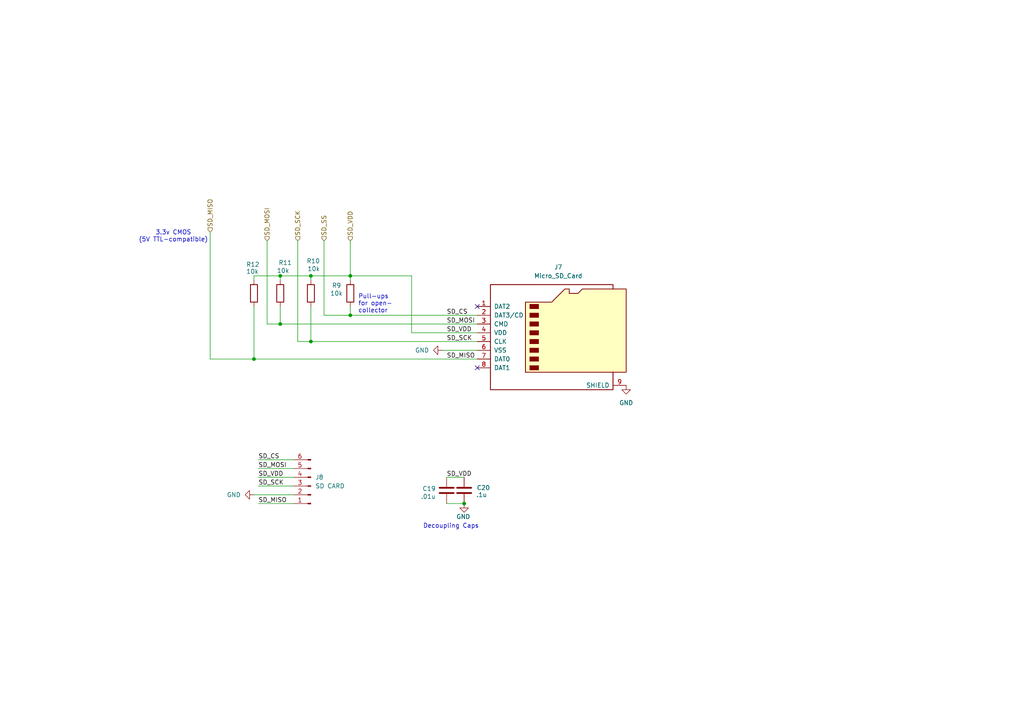
<source format=kicad_sch>
(kicad_sch (version 20250114) (generator "eeschema") (generator_version "9.0")
  (paper "A4")
  (lib_symbols
    (symbol "Connector:Conn_01x06_Pin" (pin_names (offset 1.016) (hide yes))
      (property "Reference" "J" (at 0 7.62 0))
      (property "Value" "Conn_01x06_Pin" (at 0 -10.16 0))
      (symbol "Conn_01x06_Pin_1_1"
        (rectangle (start 0.8636 5.207) (end 0 4.953) (stroke (width 0.1524)) (fill (type outline)))
        (rectangle (start 0.8636 2.667) (end 0 2.413) (stroke (width 0.1524)) (fill (type outline)))
        (rectangle (start 0.8636 0.127) (end 0 -0.127) (stroke (width 0.1524)) (fill (type outline)))
        (rectangle (start 0.8636 -2.413) (end 0 -2.667) (stroke (width 0.1524)) (fill (type outline)))
        (rectangle (start 0.8636 -4.953) (end 0 -5.207) (stroke (width 0.1524)) (fill (type outline)))
        (rectangle (start 0.8636 -7.493) (end 0 -7.747) (stroke (width 0.1524)) (fill (type outline)))
        (polyline (pts (xy 1.27 5.08) (xy 0.8636 5.08)) (stroke (width 0.1524)))
        (polyline (pts (xy 1.27 2.54) (xy 0.8636 2.54)) (stroke (width 0.1524)))
        (polyline (pts (xy 1.27 0) (xy 0.8636 0)) (stroke (width 0.1524)))
        (polyline (pts (xy 1.27 -2.54) (xy 0.8636 -2.54)) (stroke (width 0.1524)))
        (polyline (pts (xy 1.27 -5.08) (xy 0.8636 -5.08)) (stroke (width 0.1524)))
        (polyline (pts (xy 1.27 -7.62) (xy 0.8636 -7.62)) (stroke (width 0.1524)))
        (pin passive line (at 5.08 5.08 180) (length 3.81) (name "Pin_1") (number "1"))
        (pin passive line (at 5.08 2.54 180) (length 3.81) (name "Pin_2") (number "2"))
        (pin passive line (at 5.08 0 180) (length 3.81) (name "Pin_3") (number "3"))
        (pin passive line (at 5.08 -2.54 180) (length 3.81) (name "Pin_4") (number "4"))
        (pin passive line (at 5.08 -5.08 180) (length 3.81) (name "Pin_5") (number "5"))
        (pin passive line (at 5.08 -7.62 180) (length 3.81) (name "Pin_6") (number "6"))
      )
    )
    (symbol "Connector:Micro_SD_Card" (pin_names (offset 1.016))
      (property "Reference" "J" (at -16.51 15.24 0))
      (property "Value" "Micro_SD_Card" (at 16.51 15.24 0))
      (symbol "Micro_SD_Card_0_1"
        (polyline (pts (xy -8.89 -11.43) (xy -8.89 8.89) (xy -1.27 8.89) (xy 2.54 12.7) (xy 3.81 12.7) (xy 3.81 11.43) (xy 6.35 11.43) (xy 7.62 12.7) (xy 20.32 12.7) (xy 20.32 -11.43) (xy -8.89 -11.43)) (stroke (width 0.254)) (fill (type background)))
        (rectangle (start -7.62 8.255) (end -5.08 6.985) (fill (type outline)))
        (rectangle (start -7.62 5.715) (end -5.08 4.445) (fill (type outline)))
        (rectangle (start -7.62 3.175) (end -5.08 1.905) (fill (type outline)))
        (rectangle (start -7.62 0.635) (end -5.08 -0.635) (fill (type outline)))
        (rectangle (start -7.62 -1.905) (end -5.08 -3.175) (fill (type outline)))
        (rectangle (start -7.62 -4.445) (end -5.08 -5.715) (fill (type outline)))
        (rectangle (start -7.62 -6.985) (end -5.08 -8.255) (fill (type outline)))
        (rectangle (start -7.62 -9.525) (end -5.08 -10.795) (fill (type outline)))
        (polyline (pts (xy 16.51 12.7) (xy 16.51 13.97) (xy -19.05 13.97) (xy -19.05 -16.51) (xy 16.51 -16.51) (xy 16.51 -11.43)) (stroke (width 0.254)))
      )
      (symbol "Micro_SD_Card_1_1"
        (pin bidirectional line (at -22.86 7.62 0) (length 3.81) (name "DAT2") (number "1"))
        (pin bidirectional line (at -22.86 5.08 0) (length 3.81) (name "DAT3/CD") (number "2"))
        (pin input line (at -22.86 2.54 0) (length 3.81) (name "CMD") (number "3"))
        (pin power_in line (at -22.86 0 0) (length 3.81) (name "VDD") (number "4"))
        (pin input line (at -22.86 -2.54 0) (length 3.81) (name "CLK") (number "5"))
        (pin power_in line (at -22.86 -5.08 0) (length 3.81) (name "VSS") (number "6"))
        (pin bidirectional line (at -22.86 -7.62 0) (length 3.81) (name "DAT0") (number "7"))
        (pin bidirectional line (at -22.86 -10.16 0) (length 3.81) (name "DAT1") (number "8"))
        (pin passive line (at 20.32 -15.24 180) (length 3.81) (name "SHIELD") (number "9"))
      )
    )
    (symbol "Device:C" (pin_numbers (hide yes)) (pin_names (offset 0.254))
      (property "Reference" "C" (at 0.635 2.54 0))
      (property "Value" "C" (at 0.635 -2.54 0))
      (symbol "C_0_1"
        (polyline (pts (xy -2.032 0.762) (xy 2.032 0.762)) (stroke (width 0.508)))
        (polyline (pts (xy -2.032 -0.762) (xy 2.032 -0.762)) (stroke (width 0.508)))
      )
      (symbol "C_1_1"
        (pin passive line (at 0 3.81 270) (length 2.794) (name "~") (number "1"))
        (pin passive line (at 0 -3.81 90) (length 2.794) (name "~") (number "2"))
      )
    )
    (symbol "Device:R" (pin_numbers (hide yes)) (pin_names (offset 0))
      (property "Reference" "R" (at 2.032 0 90))
      (property "Value" "R" (at 0 0 90))
      (symbol "R_0_1"
        (rectangle (start -1.016 -2.54) (end 1.016 2.54) (stroke (width 0.254)))
      )
      (symbol "R_1_1"
        (pin passive line (at 0 3.81 270) (length 1.27) (name "~") (number "1"))
        (pin passive line (at 0 -3.81 90) (length 1.27) (name "~") (number "2"))
      )
    )
    (symbol "power:GND" (power) (pin_numbers (hide yes)) (pin_names (offset 0) (hide yes))
      (property "Value" "GND" (at 0 -3.81 0))
      (symbol "GND_0_1"
        (polyline (pts (xy 0 0) (xy 0 -1.27) (xy 1.27 -1.27) (xy 0 -2.54) (xy -1.27 -1.27) (xy 0 -1.27)))
      )
      (symbol "GND_1_1"
        (pin power_in line (at 0 0 270) (length 0) (name "~") (number "1"))
      )
    )
  )
  (text "Decoupling Caps" (at 130.81 152.654 0) (effects (font (size 1.27 1.27))))
  (text "Pull-ups\nfor open-\ncollector" (at 103.886 88.138 0) (effects (font (size 1.27 1.27)) (justify left)))
  (text "3.3v CMOS\n(5V TTL-compatible)" (at 50.292 68.58 0) (effects (font (size 1.27 1.27))))
  (junction (at 90.17 80.01))
  (junction (at 90.17 99.06))
  (junction (at 73.66 104.14))
  (junction (at 134.62 146.05))
  (junction (at 101.6 80.01))
  (junction (at 81.28 93.98))
  (junction (at 81.28 80.01))
  (junction (at 101.6 91.44))
  (no_connect (at 138.43 106.68))
  (no_connect (at 138.43 88.9))
  (wire (pts (xy 128.27 101.6) (xy 138.43 101.6)))
  (wire (pts (xy 74.93 133.35) (xy 85.09 133.35)))
  (wire (pts (xy 101.6 80.01) (xy 101.6 81.28)))
  (wire (pts (xy 73.66 104.14) (xy 138.43 104.14)))
  (wire (pts (xy 81.28 80.01) (xy 90.17 80.01)))
  (wire (pts (xy 81.28 93.98) (xy 138.43 93.98)))
  (wire (pts (xy 74.93 138.43) (xy 85.09 138.43)))
  (wire (pts (xy 93.98 91.44) (xy 93.98 69.85)))
  (wire (pts (xy 60.96 104.14) (xy 73.66 104.14)))
  (wire (pts (xy 86.36 69.85) (xy 86.36 99.06)))
  (wire (pts (xy 74.93 140.97) (xy 85.09 140.97)))
  (wire (pts (xy 74.93 135.89) (xy 85.09 135.89)))
  (wire (pts (xy 119.38 96.52) (xy 138.43 96.52)))
  (wire (pts (xy 73.66 143.51) (xy 85.09 143.51)))
  (wire (pts (xy 77.47 69.85) (xy 77.47 93.98)))
  (wire (pts (xy 90.17 80.01) (xy 101.6 80.01)))
  (wire (pts (xy 101.6 91.44) (xy 138.43 91.44)))
  (wire (pts (xy 101.6 80.01) (xy 119.38 80.01)))
  (wire (pts (xy 73.66 88.9) (xy 73.66 104.14)))
  (wire (pts (xy 119.38 96.52) (xy 119.38 80.01)))
  (wire (pts (xy 129.54 138.43) (xy 134.62 138.43)))
  (wire (pts (xy 90.17 81.28) (xy 90.17 80.01)))
  (wire (pts (xy 129.54 146.05) (xy 134.62 146.05)))
  (wire (pts (xy 101.6 88.9) (xy 101.6 91.44)))
  (wire (pts (xy 73.66 80.01) (xy 81.28 80.01)))
  (wire (pts (xy 81.28 81.28) (xy 81.28 80.01)))
  (wire (pts (xy 90.17 88.9) (xy 90.17 99.06)))
  (wire (pts (xy 77.47 93.98) (xy 81.28 93.98)))
  (wire (pts (xy 90.17 99.06) (xy 138.43 99.06)))
  (wire (pts (xy 101.6 69.85) (xy 101.6 80.01)))
  (wire (pts (xy 86.36 99.06) (xy 90.17 99.06)))
  (wire (pts (xy 81.28 88.9) (xy 81.28 93.98)))
  (wire (pts (xy 60.96 104.14) (xy 60.96 67.31)))
  (wire (pts (xy 73.66 81.28) (xy 73.66 80.01)))
  (wire (pts (xy 93.98 91.44) (xy 101.6 91.44)))
  (wire (pts (xy 74.93 146.05) (xy 85.09 146.05)))
  (label "SD_MOSI" (at 129.54 93.98 0))
  (label "SD_CS" (at 74.93 133.35 0))
  (label "SD_CS" (at 129.54 91.44 0))
  (label "SD_MISO" (at 129.54 104.14 0))
  (label "SD_VDD" (at 74.93 138.43 0))
  (label "SD_SCK" (at 129.54 99.06 0))
  (label "SD_MOSI" (at 74.93 135.89 0))
  (label "SD_SCK" (at 74.93 140.97 0))
  (label "SD_MISO" (at 74.93 146.05 0))
  (label "SD_VDD" (at 129.54 138.43 0))
  (label "SD_VDD" (at 129.54 96.52 0))
  (hierarchical_label "SD_MISO" (shape input) (at 60.96 67.31 90))
  (hierarchical_label "SD_SS" (shape input) (at 93.98 69.85 90))
  (hierarchical_label "SD_MOSI" (shape input) (at 77.47 69.85 90))
  (hierarchical_label "SD_SCK" (shape input) (at 86.36 69.85 90))
  (hierarchical_label "SD_VDD" (shape input) (at 101.6 69.85 90))
  (symbol (lib_id "Device:R") (at 81.28 85.09 0) (unit 1)
    (property "Reference" "R11" (at 80.772 76.2 0) (effects (justify left)))
    (property "Value" "10k" (at 80.264 78.486 0) (effects (justify left)))
    (property "Description" "Resistor" (effects (hide yes)))
  )
  (symbol (lib_id "Device:R") (at 73.66 85.09 0) (unit 1)
    (property "Reference" "R12" (at 71.374 76.708 0) (effects (justify left)))
    (property "Value" "10k" (at 71.374 78.74 0) (effects (justify left)))
    (property "Description" "Resistor" (effects (hide yes)))
  )
  (symbol (lib_id "Device:R") (at 101.6 85.09 0) (unit 1)
    (property "Reference" "R9" (at 96.266 82.804 0) (effects (justify left)))
    (property "Value" "10k" (at 95.758 85.09 0) (effects (justify left)))
    (property "Description" "Resistor" (effects (hide yes)))
  )
  (symbol (lib_id "Device:R") (at 90.17 85.09 0) (unit 1)
    (property "Reference" "R10" (at 88.9 75.692 0) (effects (justify left)))
    (property "Value" "10k" (at 89.154 77.978 0) (effects (justify left)))
    (property "Description" "Resistor" (effects (hide yes)))
  )
  (symbol (lib_id "Device:C") (at 129.54 142.24 0) (unit 1)
    (property "Reference" "C19" (at 124.46 141.732 0))
    (property "Value" ".01u" (at 124.206 144.018 0))
    (property "Description" "Unpolarized capacitor" (effects (hide yes)))
  )
  (symbol (lib_id "Connector:Conn_01x06_Pin") (at 90.17 140.97 180) (unit 1)
    (property "Reference" "J8" (at 91.44 138.4299 0) (effects (justify right)))
    (property "Value" "SD CARD" (at 91.44 140.9699 0) (effects (justify right)))
    (property "Description" "Generic connector, single row, 01x06, script generated" (effects (hide yes)))
  )
  (symbol (lib_id "Connector:Micro_SD_Card") (at 161.29 96.52 0) (unit 1)
    (property "Reference" "J7" (at 161.925 77.47 0))
    (property "Value" "Micro_SD_Card" (at 161.925 80.01 0))
    (property "Datasheet" "https://www.we-online.com/components/products/datasheet/693072010801.pdf" (effects (hide yes)))
    (property "Description" "Micro SD Card Socket" (effects (hide yes)))
  )
  (symbol (lib_id "power:GND") (at 134.62 146.05 0) (unit 1)
    (property "Reference" "#PWR037" (effects (hide yes)))
    (property "Value" "GND" (at 134.366 149.86 0))
    (property "Description" "Power symbol creates a global label with name \"GND\" , ground" (effects (hide yes)))
  )
  (symbol (lib_id "power:GND") (at 128.27 101.6 270) (unit 1)
    (property "Reference" "#PWR035" (effects (hide yes)))
    (property "Value" "GND" (at 124.46 101.5999 90) (effects (justify right)))
    (property "Description" "Power symbol creates a global label with name \"GND\" , ground" (effects (hide yes)))
  )
  (symbol (lib_id "power:GND") (at 73.66 143.51 270) (unit 1)
    (property "Reference" "#PWR039" (effects (hide yes)))
    (property "Value" "GND" (at 69.85 143.5099 90) (effects (justify right)))
    (property "Description" "Power symbol creates a global label with name \"GND\" , ground" (effects (hide yes)))
  )
  (symbol (lib_id "power:GND") (at 181.61 111.76 0) (unit 1)
    (property "Reference" "#PWR036" (effects (hide yes)))
    (property "Value" "GND" (at 181.61 116.84 0))
    (property "Description" "Power symbol creates a global label with name \"GND\" , ground" (effects (hide yes)))
  )
  (symbol (lib_id "Device:C") (at 134.62 142.24 0) (unit 1)
    (property "Reference" "C20" (at 140.208 141.478 0))
    (property "Value" ".1u" (at 139.7 143.51 0))
    (property "Description" "Unpolarized capacitor" (effects (hide yes)))
  )
)
</source>
